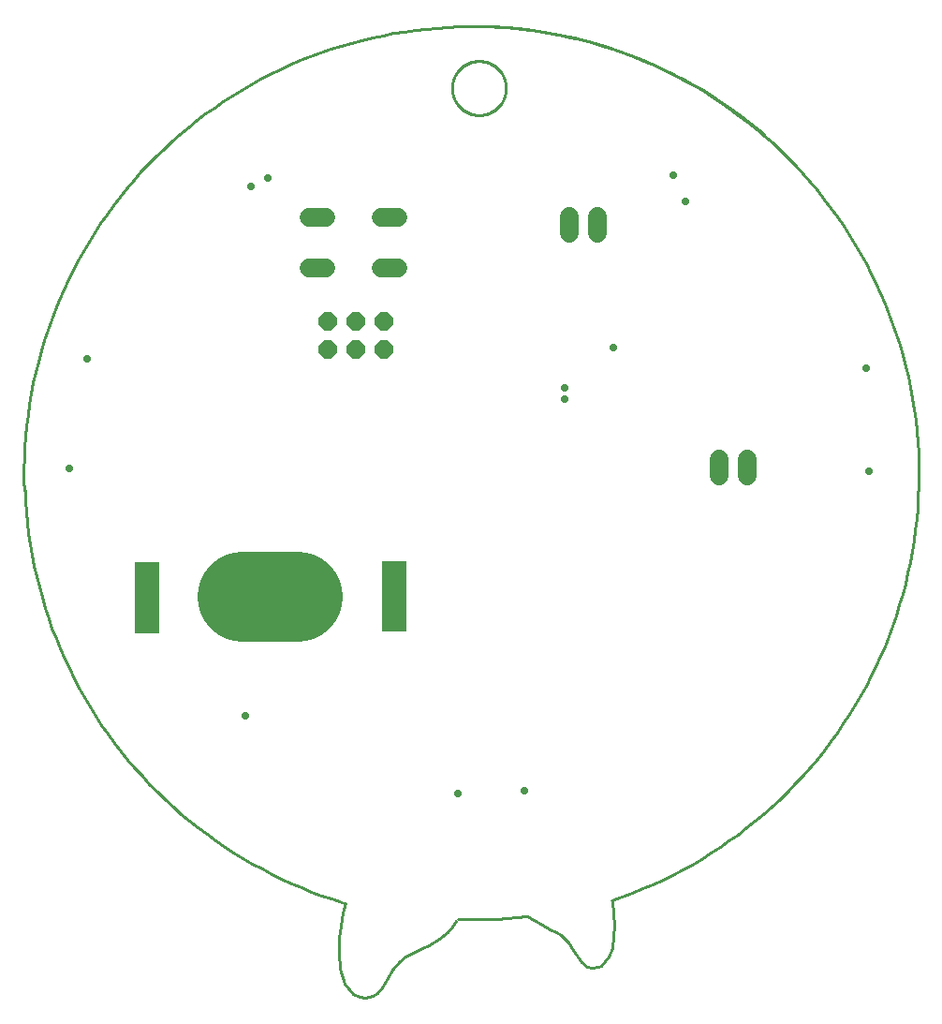
<source format=gbs>
G75*
%MOIN*%
%OFA0B0*%
%FSLAX25Y25*%
%IPPOS*%
%LPD*%
%AMOC8*
5,1,8,0,0,1.08239X$1,22.5*
%
%ADD10C,0.01000*%
%ADD11OC8,0.06500*%
%ADD12R,0.08500X0.13000*%
%ADD13C,0.31996*%
%ADD14C,0.06500*%
%ADD15OC8,0.02500*%
D10*
X0128781Y0013704D02*
X0125829Y0017395D01*
X0124106Y0022562D01*
X0123614Y0028714D01*
X0123860Y0033635D01*
X0124352Y0038064D01*
X0125090Y0042739D01*
X0126075Y0046184D01*
X0125336Y0046184D01*
X0145268Y0025269D02*
X0147482Y0026991D01*
X0149943Y0028468D01*
X0153388Y0030190D01*
X0155848Y0031174D01*
X0159293Y0033389D01*
X0162246Y0035604D01*
X0164214Y0037818D01*
X0165445Y0039787D01*
X0145268Y0025269D02*
X0142807Y0022316D01*
X0141085Y0019363D01*
X0139116Y0015919D01*
X0137394Y0014196D01*
X0135671Y0012966D01*
X0133210Y0012228D01*
X0130996Y0012720D01*
X0128781Y0013704D01*
X0190789Y0041263D02*
X0193004Y0040033D01*
X0195957Y0038310D01*
X0198663Y0036834D01*
X0201124Y0035604D01*
X0202846Y0034619D01*
X0205553Y0031913D01*
X0207029Y0029452D01*
X0209982Y0025023D01*
X0211951Y0023546D01*
X0213673Y0023054D01*
X0216134Y0023546D01*
X0217118Y0023793D01*
X0219579Y0026991D01*
X0221055Y0030190D01*
X0221547Y0034373D01*
X0221793Y0038064D01*
X0221547Y0042247D01*
X0221055Y0047169D01*
X0274943Y0319560D02*
X0272010Y0322021D01*
X0269019Y0324411D01*
X0265972Y0326729D01*
X0262869Y0328973D01*
X0259715Y0331142D01*
X0256509Y0333235D01*
X0253253Y0335251D01*
X0249951Y0337188D01*
X0246603Y0339045D01*
X0243211Y0340822D01*
X0239778Y0342517D01*
X0236306Y0344129D01*
X0232795Y0345657D01*
X0229250Y0347102D01*
X0225670Y0348460D01*
X0222059Y0349733D01*
X0218419Y0350919D01*
X0214751Y0352017D01*
X0211058Y0353027D01*
X0207342Y0353949D01*
X0203605Y0354781D01*
X0199849Y0355523D01*
X0196076Y0356176D01*
X0192289Y0356737D01*
X0188489Y0357208D01*
X0184679Y0357588D01*
X0180862Y0357877D01*
X0177038Y0358073D01*
X0173211Y0358179D01*
X0169382Y0358192D01*
X0163956Y0336046D02*
X0163959Y0336282D01*
X0163968Y0336517D01*
X0163982Y0336753D01*
X0164002Y0336988D01*
X0164028Y0337222D01*
X0164060Y0337456D01*
X0164097Y0337689D01*
X0164141Y0337921D01*
X0164189Y0338151D01*
X0164244Y0338381D01*
X0164304Y0338609D01*
X0164370Y0338835D01*
X0164441Y0339060D01*
X0164518Y0339283D01*
X0164600Y0339504D01*
X0164687Y0339723D01*
X0164780Y0339940D01*
X0164879Y0340154D01*
X0164982Y0340366D01*
X0165091Y0340576D01*
X0165204Y0340782D01*
X0165323Y0340986D01*
X0165447Y0341187D01*
X0165575Y0341384D01*
X0165709Y0341579D01*
X0165847Y0341770D01*
X0165990Y0341958D01*
X0166137Y0342142D01*
X0166289Y0342322D01*
X0166445Y0342499D01*
X0166606Y0342672D01*
X0166770Y0342841D01*
X0166939Y0343005D01*
X0167112Y0343166D01*
X0167289Y0343322D01*
X0167469Y0343474D01*
X0167653Y0343621D01*
X0167841Y0343764D01*
X0168032Y0343902D01*
X0168227Y0344036D01*
X0168424Y0344164D01*
X0168625Y0344288D01*
X0168829Y0344407D01*
X0169035Y0344520D01*
X0169245Y0344629D01*
X0169457Y0344732D01*
X0169671Y0344831D01*
X0169888Y0344924D01*
X0170107Y0345011D01*
X0170328Y0345093D01*
X0170551Y0345170D01*
X0170776Y0345241D01*
X0171002Y0345307D01*
X0171230Y0345367D01*
X0171460Y0345422D01*
X0171690Y0345470D01*
X0171922Y0345514D01*
X0172155Y0345551D01*
X0172389Y0345583D01*
X0172623Y0345609D01*
X0172858Y0345629D01*
X0173094Y0345643D01*
X0173329Y0345652D01*
X0173565Y0345655D01*
X0173801Y0345652D01*
X0174036Y0345643D01*
X0174272Y0345629D01*
X0174507Y0345609D01*
X0174741Y0345583D01*
X0174975Y0345551D01*
X0175208Y0345514D01*
X0175440Y0345470D01*
X0175670Y0345422D01*
X0175900Y0345367D01*
X0176128Y0345307D01*
X0176354Y0345241D01*
X0176579Y0345170D01*
X0176802Y0345093D01*
X0177023Y0345011D01*
X0177242Y0344924D01*
X0177459Y0344831D01*
X0177673Y0344732D01*
X0177885Y0344629D01*
X0178095Y0344520D01*
X0178301Y0344407D01*
X0178505Y0344288D01*
X0178706Y0344164D01*
X0178903Y0344036D01*
X0179098Y0343902D01*
X0179289Y0343764D01*
X0179477Y0343621D01*
X0179661Y0343474D01*
X0179841Y0343322D01*
X0180018Y0343166D01*
X0180191Y0343005D01*
X0180360Y0342841D01*
X0180524Y0342672D01*
X0180685Y0342499D01*
X0180841Y0342322D01*
X0180993Y0342142D01*
X0181140Y0341958D01*
X0181283Y0341770D01*
X0181421Y0341579D01*
X0181555Y0341384D01*
X0181683Y0341187D01*
X0181807Y0340986D01*
X0181926Y0340782D01*
X0182039Y0340576D01*
X0182148Y0340366D01*
X0182251Y0340154D01*
X0182350Y0339940D01*
X0182443Y0339723D01*
X0182530Y0339504D01*
X0182612Y0339283D01*
X0182689Y0339060D01*
X0182760Y0338835D01*
X0182826Y0338609D01*
X0182886Y0338381D01*
X0182941Y0338151D01*
X0182989Y0337921D01*
X0183033Y0337689D01*
X0183070Y0337456D01*
X0183102Y0337222D01*
X0183128Y0336988D01*
X0183148Y0336753D01*
X0183162Y0336517D01*
X0183171Y0336282D01*
X0183174Y0336046D01*
X0183171Y0335810D01*
X0183162Y0335575D01*
X0183148Y0335339D01*
X0183128Y0335104D01*
X0183102Y0334870D01*
X0183070Y0334636D01*
X0183033Y0334403D01*
X0182989Y0334171D01*
X0182941Y0333941D01*
X0182886Y0333711D01*
X0182826Y0333483D01*
X0182760Y0333257D01*
X0182689Y0333032D01*
X0182612Y0332809D01*
X0182530Y0332588D01*
X0182443Y0332369D01*
X0182350Y0332152D01*
X0182251Y0331938D01*
X0182148Y0331726D01*
X0182039Y0331516D01*
X0181926Y0331310D01*
X0181807Y0331106D01*
X0181683Y0330905D01*
X0181555Y0330708D01*
X0181421Y0330513D01*
X0181283Y0330322D01*
X0181140Y0330134D01*
X0180993Y0329950D01*
X0180841Y0329770D01*
X0180685Y0329593D01*
X0180524Y0329420D01*
X0180360Y0329251D01*
X0180191Y0329087D01*
X0180018Y0328926D01*
X0179841Y0328770D01*
X0179661Y0328618D01*
X0179477Y0328471D01*
X0179289Y0328328D01*
X0179098Y0328190D01*
X0178903Y0328056D01*
X0178706Y0327928D01*
X0178505Y0327804D01*
X0178301Y0327685D01*
X0178095Y0327572D01*
X0177885Y0327463D01*
X0177673Y0327360D01*
X0177459Y0327261D01*
X0177242Y0327168D01*
X0177023Y0327081D01*
X0176802Y0326999D01*
X0176579Y0326922D01*
X0176354Y0326851D01*
X0176128Y0326785D01*
X0175900Y0326725D01*
X0175670Y0326670D01*
X0175440Y0326622D01*
X0175208Y0326578D01*
X0174975Y0326541D01*
X0174741Y0326509D01*
X0174507Y0326483D01*
X0174272Y0326463D01*
X0174036Y0326449D01*
X0173801Y0326440D01*
X0173565Y0326437D01*
X0173329Y0326440D01*
X0173094Y0326449D01*
X0172858Y0326463D01*
X0172623Y0326483D01*
X0172389Y0326509D01*
X0172155Y0326541D01*
X0171922Y0326578D01*
X0171690Y0326622D01*
X0171460Y0326670D01*
X0171230Y0326725D01*
X0171002Y0326785D01*
X0170776Y0326851D01*
X0170551Y0326922D01*
X0170328Y0326999D01*
X0170107Y0327081D01*
X0169888Y0327168D01*
X0169671Y0327261D01*
X0169457Y0327360D01*
X0169245Y0327463D01*
X0169035Y0327572D01*
X0168829Y0327685D01*
X0168625Y0327804D01*
X0168424Y0327928D01*
X0168227Y0328056D01*
X0168032Y0328190D01*
X0167841Y0328328D01*
X0167653Y0328471D01*
X0167469Y0328618D01*
X0167289Y0328770D01*
X0167112Y0328926D01*
X0166939Y0329087D01*
X0166770Y0329251D01*
X0166606Y0329420D01*
X0166445Y0329593D01*
X0166289Y0329770D01*
X0166137Y0329950D01*
X0165990Y0330134D01*
X0165847Y0330322D01*
X0165709Y0330513D01*
X0165575Y0330708D01*
X0165447Y0330905D01*
X0165323Y0331106D01*
X0165204Y0331310D01*
X0165091Y0331516D01*
X0164982Y0331726D01*
X0164879Y0331938D01*
X0164780Y0332152D01*
X0164687Y0332369D01*
X0164600Y0332588D01*
X0164518Y0332809D01*
X0164441Y0333032D01*
X0164370Y0333257D01*
X0164304Y0333483D01*
X0164244Y0333711D01*
X0164189Y0333941D01*
X0164141Y0334171D01*
X0164097Y0334403D01*
X0164060Y0334636D01*
X0164028Y0334870D01*
X0164002Y0335104D01*
X0163982Y0335339D01*
X0163968Y0335575D01*
X0163959Y0335810D01*
X0163956Y0336046D01*
X0190543Y0041510D02*
X0187044Y0041101D01*
X0183537Y0040769D01*
X0180023Y0040515D01*
X0176504Y0040339D01*
X0172983Y0040241D01*
X0169460Y0040221D01*
X0165937Y0040280D01*
X0220809Y0047169D02*
X0224504Y0048447D01*
X0228165Y0049814D01*
X0231792Y0051272D01*
X0235383Y0052817D01*
X0238934Y0054451D01*
X0242445Y0056170D01*
X0245912Y0057975D01*
X0249334Y0059865D01*
X0252708Y0061837D01*
X0256034Y0063892D01*
X0259308Y0066028D01*
X0262528Y0068243D01*
X0265694Y0070536D01*
X0268802Y0072907D01*
X0271852Y0075352D01*
X0274840Y0077872D01*
X0277766Y0080464D01*
X0280628Y0083127D01*
X0283423Y0085859D01*
X0286151Y0088659D01*
X0288809Y0091525D01*
X0291397Y0094455D01*
X0293912Y0097447D01*
X0296352Y0100501D01*
X0298718Y0103613D01*
X0301006Y0106782D01*
X0303216Y0110006D01*
X0305346Y0113283D01*
X0307396Y0116612D01*
X0309363Y0119990D01*
X0311247Y0123415D01*
X0313047Y0126885D01*
X0314761Y0130398D01*
X0316388Y0133952D01*
X0317928Y0137545D01*
X0319379Y0141174D01*
X0320742Y0144838D01*
X0322014Y0148534D01*
X0323195Y0152261D01*
X0324284Y0156015D01*
X0325281Y0159794D01*
X0326185Y0163597D01*
X0326996Y0167421D01*
X0327713Y0171264D01*
X0328336Y0175123D01*
X0328864Y0178996D01*
X0329297Y0182881D01*
X0329634Y0186775D01*
X0329877Y0190677D01*
X0330023Y0194583D01*
X0330074Y0198491D01*
X0330029Y0202400D01*
X0329888Y0206306D01*
X0329652Y0210208D01*
X0329320Y0214103D01*
X0328893Y0217989D01*
X0328371Y0221863D01*
X0327754Y0225723D01*
X0327043Y0229566D01*
X0326238Y0233391D01*
X0325339Y0237196D01*
X0324348Y0240977D01*
X0323264Y0244732D01*
X0322088Y0248460D01*
X0320822Y0252158D01*
X0319465Y0255824D01*
X0318019Y0259456D01*
X0316485Y0263051D01*
X0314863Y0266608D01*
X0313154Y0270123D01*
X0311360Y0273596D01*
X0309481Y0277024D01*
X0307518Y0280405D01*
X0305474Y0283736D01*
X0303349Y0287017D01*
X0301143Y0290244D01*
X0298860Y0293417D01*
X0296499Y0296533D01*
X0294063Y0299590D01*
X0291553Y0302586D01*
X0288970Y0305520D01*
X0286316Y0308390D01*
X0283592Y0311194D01*
X0280801Y0313930D01*
X0277943Y0316597D01*
X0275021Y0319194D01*
X0272036Y0321718D01*
X0268991Y0324168D01*
X0265886Y0326543D01*
X0262724Y0328841D01*
X0259506Y0331061D01*
X0256236Y0333201D01*
X0252913Y0335261D01*
X0249542Y0337239D01*
X0246123Y0339134D01*
X0242658Y0340944D01*
X0239150Y0342669D01*
X0235601Y0344307D01*
X0232013Y0345858D01*
X0228388Y0347321D01*
X0224729Y0348694D01*
X0221036Y0349978D01*
X0217314Y0351170D01*
X0213563Y0352271D01*
X0209787Y0353280D01*
X0205987Y0354196D01*
X0202165Y0355019D01*
X0198325Y0355748D01*
X0194468Y0356383D01*
X0190596Y0356922D01*
X0186713Y0357367D01*
X0182819Y0357717D01*
X0178919Y0357971D01*
X0175013Y0358130D01*
X0171105Y0358193D01*
X0170120Y0357947D02*
X0166250Y0357890D01*
X0162382Y0357740D01*
X0158519Y0357496D01*
X0154663Y0357157D01*
X0150817Y0356725D01*
X0146982Y0356199D01*
X0143161Y0355580D01*
X0139356Y0354868D01*
X0135570Y0354064D01*
X0131805Y0353167D01*
X0128062Y0352180D01*
X0124345Y0351101D01*
X0120655Y0349933D01*
X0116994Y0348674D01*
X0113366Y0347327D01*
X0109771Y0345892D01*
X0106212Y0344370D01*
X0102691Y0342762D01*
X0099211Y0341069D01*
X0095772Y0339291D01*
X0092378Y0337430D01*
X0089031Y0335487D01*
X0085731Y0333463D01*
X0082482Y0331359D01*
X0079285Y0329177D01*
X0076143Y0326918D01*
X0073056Y0324583D01*
X0070027Y0322173D01*
X0067057Y0319690D01*
X0064149Y0317136D01*
X0061304Y0314512D01*
X0058523Y0311819D01*
X0055809Y0309059D01*
X0053163Y0306234D01*
X0050587Y0303346D01*
X0048081Y0300395D01*
X0045649Y0297384D01*
X0043290Y0294316D01*
X0041007Y0291190D01*
X0038800Y0288010D01*
X0036672Y0284777D01*
X0034623Y0281493D01*
X0032654Y0278161D01*
X0030767Y0274781D01*
X0028963Y0271356D01*
X0027243Y0267889D01*
X0025608Y0264380D01*
X0024059Y0260833D01*
X0022597Y0257250D01*
X0021222Y0253631D01*
X0019936Y0249980D01*
X0018739Y0246300D01*
X0017632Y0242591D01*
X0016616Y0238856D01*
X0015691Y0235097D01*
X0014858Y0231317D01*
X0014117Y0227518D01*
X0013468Y0223702D01*
X0012913Y0219871D01*
X0012452Y0216028D01*
X0012084Y0212175D01*
X0011810Y0208314D01*
X0011630Y0204448D01*
X0011544Y0200578D01*
X0011552Y0196708D01*
X0011655Y0192838D01*
X0011901Y0193083D02*
X0012085Y0189214D01*
X0012364Y0185351D01*
X0012736Y0181495D01*
X0013202Y0177650D01*
X0013761Y0173817D01*
X0014414Y0169999D01*
X0015159Y0166197D01*
X0015997Y0162416D01*
X0016926Y0158655D01*
X0017947Y0154919D01*
X0019058Y0151208D01*
X0020260Y0147525D01*
X0021550Y0143873D01*
X0022930Y0140253D01*
X0024397Y0136668D01*
X0025951Y0133120D01*
X0027590Y0129611D01*
X0029315Y0126143D01*
X0031124Y0122717D01*
X0033015Y0119337D01*
X0034989Y0116004D01*
X0037043Y0112719D01*
X0039176Y0109486D01*
X0041387Y0106306D01*
X0043675Y0103180D01*
X0046039Y0100111D01*
X0048476Y0097101D01*
X0050986Y0094151D01*
X0053567Y0091262D01*
X0056218Y0088438D01*
X0058937Y0085679D01*
X0061722Y0082987D01*
X0064572Y0080363D01*
X0067484Y0077810D01*
X0070459Y0075328D01*
X0073492Y0072919D01*
X0076584Y0070585D01*
X0079731Y0068327D01*
X0082932Y0066147D01*
X0086186Y0064044D01*
X0089490Y0062022D01*
X0092842Y0060081D01*
X0096240Y0058222D01*
X0099682Y0056446D01*
X0103167Y0054754D01*
X0106692Y0053148D01*
X0110255Y0051629D01*
X0113854Y0050196D01*
X0117486Y0048851D01*
X0121151Y0047596D01*
X0124845Y0046429D01*
D11*
X0129559Y0242897D03*
X0129559Y0252897D03*
X0139559Y0252897D03*
X0139559Y0242897D03*
X0119559Y0242897D03*
X0119559Y0252897D03*
D12*
X0143254Y0161444D03*
X0143254Y0148944D03*
X0055254Y0148444D03*
X0055254Y0160944D03*
D13*
X0089412Y0154944D02*
X0109096Y0154944D01*
D14*
X0113129Y0272127D02*
X0119129Y0272127D01*
X0119129Y0289927D02*
X0113129Y0289927D01*
X0138729Y0289927D02*
X0144729Y0289927D01*
X0144729Y0272127D02*
X0138729Y0272127D01*
X0205671Y0284449D02*
X0205671Y0290449D01*
X0215671Y0290449D02*
X0215671Y0284449D01*
X0259018Y0204032D02*
X0259018Y0198032D01*
X0269018Y0198032D02*
X0269018Y0204032D01*
D15*
X0090297Y0112651D03*
X0166045Y0085013D03*
X0189588Y0086037D03*
X0203919Y0225249D03*
X0203919Y0229344D03*
X0221321Y0243674D03*
X0246911Y0295879D03*
X0242817Y0305092D03*
X0311399Y0236509D03*
X0312423Y0199659D03*
X0098486Y0304068D03*
X0092344Y0300997D03*
X0033998Y0239580D03*
X0027856Y0200682D03*
M02*

</source>
